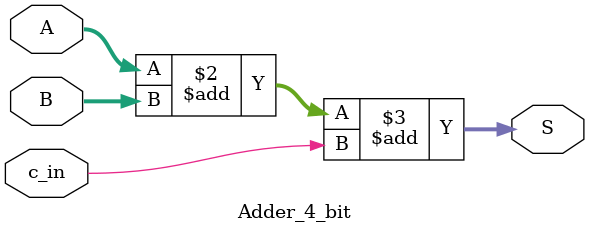
<source format=sv>
`timescale 1ns / 1ps


module Adder_4_bit(
input [4:0]A, B,
input c_in,
output logic [5:0]S
    );    
always @ (A or B or c_in)
begin
S <= A + B + c_in;
end
endmodule
   
</source>
